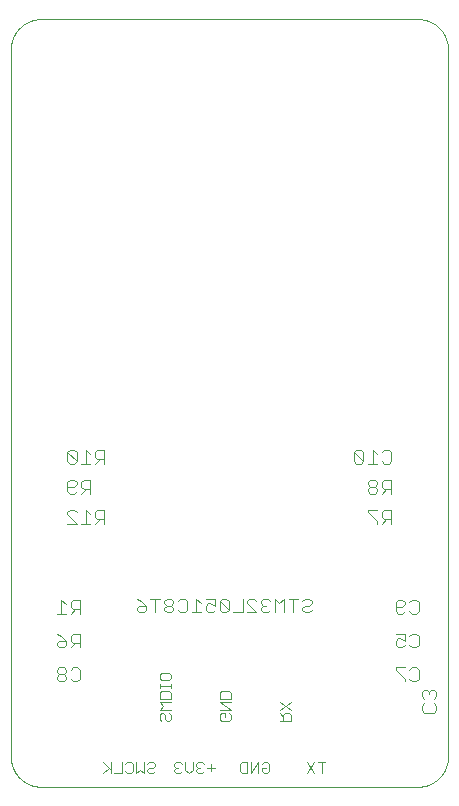
<source format=gbo>
G75*
%MOIN*%
%OFA0B0*%
%FSLAX25Y25*%
%IPPOS*%
%LPD*%
%AMOC8*
5,1,8,0,0,1.08239X$1,22.5*
%
%ADD10C,0.00000*%
%ADD11C,0.00300*%
%ADD12C,0.00400*%
D10*
X0003211Y0011500D02*
X0003211Y0247406D01*
X0003214Y0247648D01*
X0003223Y0247889D01*
X0003237Y0248130D01*
X0003258Y0248371D01*
X0003284Y0248611D01*
X0003316Y0248851D01*
X0003354Y0249090D01*
X0003397Y0249327D01*
X0003447Y0249564D01*
X0003502Y0249799D01*
X0003562Y0250033D01*
X0003629Y0250265D01*
X0003700Y0250496D01*
X0003778Y0250725D01*
X0003861Y0250952D01*
X0003949Y0251177D01*
X0004043Y0251400D01*
X0004142Y0251620D01*
X0004247Y0251838D01*
X0004356Y0252053D01*
X0004471Y0252266D01*
X0004591Y0252476D01*
X0004716Y0252682D01*
X0004846Y0252886D01*
X0004981Y0253087D01*
X0005121Y0253284D01*
X0005265Y0253478D01*
X0005414Y0253668D01*
X0005568Y0253854D01*
X0005726Y0254037D01*
X0005888Y0254216D01*
X0006055Y0254391D01*
X0006226Y0254562D01*
X0006401Y0254729D01*
X0006580Y0254891D01*
X0006763Y0255049D01*
X0006949Y0255203D01*
X0007139Y0255352D01*
X0007333Y0255496D01*
X0007530Y0255636D01*
X0007731Y0255771D01*
X0007935Y0255901D01*
X0008141Y0256026D01*
X0008351Y0256146D01*
X0008564Y0256261D01*
X0008779Y0256370D01*
X0008997Y0256475D01*
X0009217Y0256574D01*
X0009440Y0256668D01*
X0009665Y0256756D01*
X0009892Y0256839D01*
X0010121Y0256917D01*
X0010352Y0256988D01*
X0010584Y0257055D01*
X0010818Y0257115D01*
X0011053Y0257170D01*
X0011290Y0257220D01*
X0011527Y0257263D01*
X0011766Y0257301D01*
X0012006Y0257333D01*
X0012246Y0257359D01*
X0012487Y0257380D01*
X0012728Y0257394D01*
X0012969Y0257403D01*
X0013211Y0257406D01*
X0138880Y0257406D01*
X0139122Y0257403D01*
X0139363Y0257394D01*
X0139604Y0257380D01*
X0139845Y0257359D01*
X0140085Y0257333D01*
X0140325Y0257301D01*
X0140564Y0257263D01*
X0140801Y0257220D01*
X0141038Y0257170D01*
X0141273Y0257115D01*
X0141507Y0257055D01*
X0141739Y0256988D01*
X0141970Y0256917D01*
X0142199Y0256839D01*
X0142426Y0256756D01*
X0142651Y0256668D01*
X0142874Y0256574D01*
X0143094Y0256475D01*
X0143312Y0256370D01*
X0143527Y0256261D01*
X0143740Y0256146D01*
X0143950Y0256026D01*
X0144156Y0255901D01*
X0144360Y0255771D01*
X0144561Y0255636D01*
X0144758Y0255496D01*
X0144952Y0255352D01*
X0145142Y0255203D01*
X0145328Y0255049D01*
X0145511Y0254891D01*
X0145690Y0254729D01*
X0145865Y0254562D01*
X0146036Y0254391D01*
X0146203Y0254216D01*
X0146365Y0254037D01*
X0146523Y0253854D01*
X0146677Y0253668D01*
X0146826Y0253478D01*
X0146970Y0253284D01*
X0147110Y0253087D01*
X0147245Y0252886D01*
X0147375Y0252682D01*
X0147500Y0252476D01*
X0147620Y0252266D01*
X0147735Y0252053D01*
X0147844Y0251838D01*
X0147949Y0251620D01*
X0148048Y0251400D01*
X0148142Y0251177D01*
X0148230Y0250952D01*
X0148313Y0250725D01*
X0148391Y0250496D01*
X0148462Y0250265D01*
X0148529Y0250033D01*
X0148589Y0249799D01*
X0148644Y0249564D01*
X0148694Y0249327D01*
X0148737Y0249090D01*
X0148775Y0248851D01*
X0148807Y0248611D01*
X0148833Y0248371D01*
X0148854Y0248130D01*
X0148868Y0247889D01*
X0148877Y0247648D01*
X0148880Y0247406D01*
X0148880Y0011500D01*
X0148877Y0011258D01*
X0148868Y0011017D01*
X0148854Y0010776D01*
X0148833Y0010535D01*
X0148807Y0010295D01*
X0148775Y0010055D01*
X0148737Y0009816D01*
X0148694Y0009579D01*
X0148644Y0009342D01*
X0148589Y0009107D01*
X0148529Y0008873D01*
X0148462Y0008641D01*
X0148391Y0008410D01*
X0148313Y0008181D01*
X0148230Y0007954D01*
X0148142Y0007729D01*
X0148048Y0007506D01*
X0147949Y0007286D01*
X0147844Y0007068D01*
X0147735Y0006853D01*
X0147620Y0006640D01*
X0147500Y0006430D01*
X0147375Y0006224D01*
X0147245Y0006020D01*
X0147110Y0005819D01*
X0146970Y0005622D01*
X0146826Y0005428D01*
X0146677Y0005238D01*
X0146523Y0005052D01*
X0146365Y0004869D01*
X0146203Y0004690D01*
X0146036Y0004515D01*
X0145865Y0004344D01*
X0145690Y0004177D01*
X0145511Y0004015D01*
X0145328Y0003857D01*
X0145142Y0003703D01*
X0144952Y0003554D01*
X0144758Y0003410D01*
X0144561Y0003270D01*
X0144360Y0003135D01*
X0144156Y0003005D01*
X0143950Y0002880D01*
X0143740Y0002760D01*
X0143527Y0002645D01*
X0143312Y0002536D01*
X0143094Y0002431D01*
X0142874Y0002332D01*
X0142651Y0002238D01*
X0142426Y0002150D01*
X0142199Y0002067D01*
X0141970Y0001989D01*
X0141739Y0001918D01*
X0141507Y0001851D01*
X0141273Y0001791D01*
X0141038Y0001736D01*
X0140801Y0001686D01*
X0140564Y0001643D01*
X0140325Y0001605D01*
X0140085Y0001573D01*
X0139845Y0001547D01*
X0139604Y0001526D01*
X0139363Y0001512D01*
X0139122Y0001503D01*
X0138880Y0001500D01*
X0013211Y0001500D01*
X0012969Y0001503D01*
X0012728Y0001512D01*
X0012487Y0001526D01*
X0012246Y0001547D01*
X0012006Y0001573D01*
X0011766Y0001605D01*
X0011527Y0001643D01*
X0011290Y0001686D01*
X0011053Y0001736D01*
X0010818Y0001791D01*
X0010584Y0001851D01*
X0010352Y0001918D01*
X0010121Y0001989D01*
X0009892Y0002067D01*
X0009665Y0002150D01*
X0009440Y0002238D01*
X0009217Y0002332D01*
X0008997Y0002431D01*
X0008779Y0002536D01*
X0008564Y0002645D01*
X0008351Y0002760D01*
X0008141Y0002880D01*
X0007935Y0003005D01*
X0007731Y0003135D01*
X0007530Y0003270D01*
X0007333Y0003410D01*
X0007139Y0003554D01*
X0006949Y0003703D01*
X0006763Y0003857D01*
X0006580Y0004015D01*
X0006401Y0004177D01*
X0006226Y0004344D01*
X0006055Y0004515D01*
X0005888Y0004690D01*
X0005726Y0004869D01*
X0005568Y0005052D01*
X0005414Y0005238D01*
X0005265Y0005428D01*
X0005121Y0005622D01*
X0004981Y0005819D01*
X0004846Y0006020D01*
X0004716Y0006224D01*
X0004591Y0006430D01*
X0004471Y0006640D01*
X0004356Y0006853D01*
X0004247Y0007068D01*
X0004142Y0007286D01*
X0004043Y0007506D01*
X0003949Y0007729D01*
X0003861Y0007954D01*
X0003778Y0008181D01*
X0003700Y0008410D01*
X0003629Y0008641D01*
X0003562Y0008873D01*
X0003502Y0009107D01*
X0003447Y0009342D01*
X0003397Y0009579D01*
X0003354Y0009816D01*
X0003316Y0010055D01*
X0003284Y0010295D01*
X0003258Y0010535D01*
X0003237Y0010776D01*
X0003223Y0011017D01*
X0003214Y0011258D01*
X0003211Y0011500D01*
D11*
X0033985Y0009728D02*
X0036454Y0007259D01*
X0035836Y0007877D02*
X0033985Y0006025D01*
X0036454Y0006025D02*
X0036454Y0009728D01*
X0037668Y0006025D02*
X0040137Y0006025D01*
X0040137Y0009728D01*
X0041351Y0009111D02*
X0041968Y0009728D01*
X0043203Y0009728D01*
X0043820Y0009111D01*
X0043820Y0006642D01*
X0043203Y0006025D01*
X0041968Y0006025D01*
X0041351Y0006642D01*
X0045034Y0006025D02*
X0045034Y0009728D01*
X0046269Y0007259D02*
X0045034Y0006025D01*
X0046269Y0007259D02*
X0047503Y0006025D01*
X0047503Y0009728D01*
X0048717Y0009111D02*
X0049335Y0009728D01*
X0050569Y0009728D01*
X0051186Y0009111D01*
X0051186Y0008494D01*
X0050569Y0007877D01*
X0049335Y0007877D01*
X0048717Y0007259D01*
X0048717Y0006642D01*
X0049335Y0006025D01*
X0050569Y0006025D01*
X0051186Y0006642D01*
X0057668Y0006642D02*
X0058285Y0006025D01*
X0059520Y0006025D01*
X0060137Y0006642D01*
X0061351Y0007259D02*
X0061351Y0009728D01*
X0060137Y0009111D02*
X0059520Y0009728D01*
X0058285Y0009728D01*
X0057668Y0009111D01*
X0057668Y0008494D01*
X0058285Y0007877D01*
X0057668Y0007259D01*
X0057668Y0006642D01*
X0058285Y0007877D02*
X0058902Y0007877D01*
X0061351Y0007259D02*
X0062585Y0006025D01*
X0063820Y0007259D01*
X0063820Y0009728D01*
X0065034Y0009111D02*
X0065034Y0008494D01*
X0065651Y0007877D01*
X0065034Y0007259D01*
X0065034Y0006642D01*
X0065651Y0006025D01*
X0066886Y0006025D01*
X0067503Y0006642D01*
X0068717Y0007877D02*
X0071186Y0007877D01*
X0069952Y0009111D02*
X0069952Y0006642D01*
X0067503Y0009111D02*
X0066886Y0009728D01*
X0065651Y0009728D01*
X0065034Y0009111D01*
X0065651Y0007877D02*
X0066269Y0007877D01*
X0073353Y0023525D02*
X0072736Y0024142D01*
X0072736Y0025377D01*
X0073353Y0025994D01*
X0074588Y0025994D01*
X0074588Y0024759D01*
X0075822Y0023525D02*
X0073353Y0023525D01*
X0072736Y0027208D02*
X0076439Y0027208D01*
X0072736Y0029677D01*
X0076439Y0029677D01*
X0076439Y0030891D02*
X0076439Y0032743D01*
X0075822Y0033360D01*
X0073353Y0033360D01*
X0072736Y0032743D01*
X0072736Y0030891D01*
X0076439Y0030891D01*
X0075822Y0025994D02*
X0076439Y0025377D01*
X0076439Y0024142D01*
X0075822Y0023525D01*
X0080093Y0009728D02*
X0081945Y0009728D01*
X0081945Y0006025D01*
X0080093Y0006025D01*
X0079476Y0006642D01*
X0079476Y0009111D01*
X0080093Y0009728D01*
X0083159Y0009728D02*
X0083159Y0006025D01*
X0085628Y0009728D01*
X0085628Y0006025D01*
X0086842Y0006642D02*
X0086842Y0007877D01*
X0088077Y0007877D01*
X0089311Y0009111D02*
X0089311Y0006642D01*
X0088694Y0006025D01*
X0087460Y0006025D01*
X0086842Y0006642D01*
X0086842Y0009111D02*
X0087460Y0009728D01*
X0088694Y0009728D01*
X0089311Y0009111D01*
X0092736Y0023525D02*
X0096439Y0023525D01*
X0096439Y0025377D01*
X0095822Y0025994D01*
X0094588Y0025994D01*
X0093971Y0025377D01*
X0093971Y0023525D01*
X0093971Y0024759D02*
X0092736Y0025994D01*
X0092736Y0027208D02*
X0096439Y0029677D01*
X0096439Y0027208D02*
X0092736Y0029677D01*
X0101909Y0009728D02*
X0104378Y0006025D01*
X0101909Y0006025D02*
X0104378Y0009728D01*
X0105592Y0009728D02*
X0108061Y0009728D01*
X0106827Y0009728D02*
X0106827Y0006025D01*
X0056439Y0024142D02*
X0055822Y0023525D01*
X0055205Y0023525D01*
X0054588Y0024142D01*
X0054588Y0025377D01*
X0053971Y0025994D01*
X0053353Y0025994D01*
X0052736Y0025377D01*
X0052736Y0024142D01*
X0053353Y0023525D01*
X0052736Y0027208D02*
X0053971Y0028443D01*
X0052736Y0029677D01*
X0056439Y0029677D01*
X0056439Y0030891D02*
X0056439Y0032743D01*
X0055822Y0033360D01*
X0053353Y0033360D01*
X0052736Y0032743D01*
X0052736Y0030891D01*
X0056439Y0030891D01*
X0056439Y0027208D02*
X0052736Y0027208D01*
X0055822Y0025994D02*
X0056439Y0025377D01*
X0056439Y0024142D01*
X0056439Y0034574D02*
X0056439Y0035809D01*
X0056439Y0035192D02*
X0052736Y0035192D01*
X0052736Y0035809D02*
X0052736Y0034574D01*
X0053353Y0037030D02*
X0052736Y0037647D01*
X0052736Y0038881D01*
X0053353Y0039499D01*
X0055822Y0039499D01*
X0056439Y0038881D01*
X0056439Y0037647D01*
X0055822Y0037030D01*
X0053353Y0037030D01*
D12*
X0055089Y0059619D02*
X0056623Y0059619D01*
X0057391Y0060386D01*
X0057391Y0061153D01*
X0056623Y0061921D01*
X0055089Y0061921D01*
X0054321Y0061153D01*
X0054321Y0060386D01*
X0055089Y0059619D01*
X0055089Y0061921D02*
X0054321Y0062688D01*
X0054321Y0063455D01*
X0055089Y0064223D01*
X0056623Y0064223D01*
X0057391Y0063455D01*
X0057391Y0062688D01*
X0056623Y0061921D01*
X0058925Y0063455D02*
X0059693Y0064223D01*
X0061227Y0064223D01*
X0061995Y0063455D01*
X0061995Y0060386D01*
X0061227Y0059619D01*
X0059693Y0059619D01*
X0058925Y0060386D01*
X0063529Y0059619D02*
X0066599Y0059619D01*
X0065064Y0059619D02*
X0065064Y0064223D01*
X0066599Y0062688D01*
X0068133Y0061921D02*
X0068133Y0060386D01*
X0068900Y0059619D01*
X0070435Y0059619D01*
X0071202Y0060386D01*
X0071202Y0061921D02*
X0069668Y0062688D01*
X0068900Y0062688D01*
X0068133Y0061921D01*
X0068133Y0064223D02*
X0071202Y0064223D01*
X0071202Y0061921D01*
X0072737Y0063455D02*
X0075806Y0060386D01*
X0075039Y0059619D01*
X0073504Y0059619D01*
X0072737Y0060386D01*
X0072737Y0063455D01*
X0073504Y0064223D01*
X0075039Y0064223D01*
X0075806Y0063455D01*
X0075806Y0060386D01*
X0077341Y0059619D02*
X0080410Y0059619D01*
X0080410Y0064223D01*
X0081945Y0063455D02*
X0081945Y0062688D01*
X0085014Y0059619D01*
X0081945Y0059619D01*
X0081945Y0063455D02*
X0082712Y0064223D01*
X0084247Y0064223D01*
X0085014Y0063455D01*
X0086549Y0063455D02*
X0086549Y0062688D01*
X0087316Y0061921D01*
X0086549Y0061153D01*
X0086549Y0060386D01*
X0087316Y0059619D01*
X0088851Y0059619D01*
X0089618Y0060386D01*
X0091153Y0059619D02*
X0091153Y0064223D01*
X0092687Y0062688D01*
X0094222Y0064223D01*
X0094222Y0059619D01*
X0097291Y0059619D02*
X0097291Y0064223D01*
X0095757Y0064223D02*
X0098826Y0064223D01*
X0100361Y0063455D02*
X0101128Y0064223D01*
X0102663Y0064223D01*
X0103430Y0063455D01*
X0103430Y0062688D01*
X0102663Y0061921D01*
X0101128Y0061921D01*
X0100361Y0061153D01*
X0100361Y0060386D01*
X0101128Y0059619D01*
X0102663Y0059619D01*
X0103430Y0060386D01*
X0089618Y0063455D02*
X0088851Y0064223D01*
X0087316Y0064223D01*
X0086549Y0063455D01*
X0087316Y0061921D02*
X0088084Y0061921D01*
X0118376Y0109200D02*
X0117609Y0109967D01*
X0117609Y0113037D01*
X0120678Y0109967D01*
X0119911Y0109200D01*
X0118376Y0109200D01*
X0120678Y0109967D02*
X0120678Y0113037D01*
X0119911Y0113804D01*
X0118376Y0113804D01*
X0117609Y0113037D01*
X0122213Y0109200D02*
X0125282Y0109200D01*
X0123748Y0109200D02*
X0123748Y0113804D01*
X0125282Y0112269D01*
X0126817Y0113037D02*
X0127584Y0113804D01*
X0129119Y0113804D01*
X0129886Y0113037D01*
X0129886Y0109967D01*
X0129119Y0109200D01*
X0127584Y0109200D01*
X0126817Y0109967D01*
X0127584Y0103804D02*
X0126817Y0103037D01*
X0126817Y0101502D01*
X0127584Y0100735D01*
X0129886Y0100735D01*
X0128352Y0100735D02*
X0126817Y0099200D01*
X0125282Y0099967D02*
X0125282Y0100735D01*
X0124515Y0101502D01*
X0122980Y0101502D01*
X0122213Y0100735D01*
X0122213Y0099967D01*
X0122980Y0099200D01*
X0124515Y0099200D01*
X0125282Y0099967D01*
X0124515Y0101502D02*
X0125282Y0102269D01*
X0125282Y0103037D01*
X0124515Y0103804D01*
X0122980Y0103804D01*
X0122213Y0103037D01*
X0122213Y0102269D01*
X0122980Y0101502D01*
X0127584Y0103804D02*
X0129886Y0103804D01*
X0129886Y0099200D01*
X0129886Y0093804D02*
X0127584Y0093804D01*
X0126817Y0093037D01*
X0126817Y0091502D01*
X0127584Y0090735D01*
X0129886Y0090735D01*
X0128352Y0090735D02*
X0126817Y0089200D01*
X0125282Y0089200D02*
X0125282Y0089967D01*
X0122213Y0093037D01*
X0122213Y0093804D01*
X0125282Y0093804D01*
X0129886Y0093804D02*
X0129886Y0089200D01*
X0132188Y0063804D02*
X0131421Y0063037D01*
X0131421Y0059967D01*
X0132188Y0059200D01*
X0133723Y0059200D01*
X0134490Y0059967D01*
X0136025Y0059967D02*
X0136792Y0059200D01*
X0138327Y0059200D01*
X0139094Y0059967D01*
X0139094Y0063037D01*
X0138327Y0063804D01*
X0136792Y0063804D01*
X0136025Y0063037D01*
X0134490Y0063037D02*
X0134490Y0062269D01*
X0133723Y0061502D01*
X0131421Y0061502D01*
X0132188Y0063804D02*
X0133723Y0063804D01*
X0134490Y0063037D01*
X0134490Y0052554D02*
X0131421Y0052554D01*
X0132188Y0051019D02*
X0131421Y0050252D01*
X0131421Y0048717D01*
X0132188Y0047950D01*
X0133723Y0047950D01*
X0134490Y0048717D01*
X0136025Y0048717D02*
X0136792Y0047950D01*
X0138327Y0047950D01*
X0139094Y0048717D01*
X0139094Y0051787D01*
X0138327Y0052554D01*
X0136792Y0052554D01*
X0136025Y0051787D01*
X0134490Y0052554D02*
X0134490Y0050252D01*
X0132955Y0051019D01*
X0132188Y0051019D01*
X0131421Y0041304D02*
X0131421Y0040537D01*
X0134490Y0037467D01*
X0134490Y0036700D01*
X0136025Y0037467D02*
X0136792Y0036700D01*
X0138327Y0036700D01*
X0139094Y0037467D01*
X0139094Y0040537D01*
X0138327Y0041304D01*
X0136792Y0041304D01*
X0136025Y0040537D01*
X0134490Y0041304D02*
X0131421Y0041304D01*
X0140286Y0033148D02*
X0140286Y0031613D01*
X0141053Y0030846D01*
X0141053Y0029311D02*
X0140286Y0028544D01*
X0140286Y0027009D01*
X0141053Y0026242D01*
X0144123Y0026242D01*
X0144890Y0027009D01*
X0144890Y0028544D01*
X0144123Y0029311D01*
X0144123Y0030846D02*
X0144890Y0031613D01*
X0144890Y0033148D01*
X0144123Y0033915D01*
X0143355Y0033915D01*
X0142588Y0033148D01*
X0141821Y0033915D01*
X0141053Y0033915D01*
X0140286Y0033148D01*
X0142588Y0033148D02*
X0142588Y0032381D01*
X0052787Y0064223D02*
X0049717Y0064223D01*
X0051252Y0064223D02*
X0051252Y0059619D01*
X0048183Y0060386D02*
X0047416Y0059619D01*
X0045881Y0059619D01*
X0045114Y0060386D01*
X0045114Y0061153D01*
X0045881Y0061921D01*
X0048183Y0061921D01*
X0048183Y0060386D01*
X0048183Y0061921D02*
X0046648Y0063455D01*
X0045114Y0064223D01*
X0034323Y0089200D02*
X0034323Y0093804D01*
X0032021Y0093804D01*
X0031254Y0093037D01*
X0031254Y0091502D01*
X0032021Y0090735D01*
X0034323Y0090735D01*
X0032788Y0090735D02*
X0031254Y0089200D01*
X0029719Y0089200D02*
X0026650Y0089200D01*
X0028184Y0089200D02*
X0028184Y0093804D01*
X0029719Y0092269D01*
X0029719Y0099200D02*
X0029719Y0103804D01*
X0027417Y0103804D01*
X0026650Y0103037D01*
X0026650Y0101502D01*
X0027417Y0100735D01*
X0029719Y0100735D01*
X0028184Y0100735D02*
X0026650Y0099200D01*
X0025115Y0099967D02*
X0024348Y0099200D01*
X0022813Y0099200D01*
X0022046Y0099967D01*
X0022046Y0103037D01*
X0022813Y0103804D01*
X0024348Y0103804D01*
X0025115Y0103037D01*
X0025115Y0102269D01*
X0024348Y0101502D01*
X0022046Y0101502D01*
X0022813Y0109200D02*
X0024348Y0109200D01*
X0025115Y0109967D01*
X0022046Y0113037D01*
X0022046Y0109967D01*
X0022813Y0109200D01*
X0025115Y0109967D02*
X0025115Y0113037D01*
X0024348Y0113804D01*
X0022813Y0113804D01*
X0022046Y0113037D01*
X0026650Y0109200D02*
X0029719Y0109200D01*
X0028184Y0109200D02*
X0028184Y0113804D01*
X0029719Y0112269D01*
X0031254Y0111502D02*
X0032021Y0110735D01*
X0034323Y0110735D01*
X0032788Y0110735D02*
X0031254Y0109200D01*
X0031254Y0111502D02*
X0031254Y0113037D01*
X0032021Y0113804D01*
X0034323Y0113804D01*
X0034323Y0109200D01*
X0024348Y0093804D02*
X0025115Y0093037D01*
X0024348Y0093804D02*
X0022813Y0093804D01*
X0022046Y0093037D01*
X0022046Y0092269D01*
X0025115Y0089200D01*
X0022046Y0089200D01*
X0023834Y0063804D02*
X0023067Y0063037D01*
X0023067Y0061502D01*
X0023834Y0060735D01*
X0026136Y0060735D01*
X0024602Y0060735D02*
X0023067Y0059200D01*
X0021532Y0059200D02*
X0018463Y0059200D01*
X0019998Y0059200D02*
X0019998Y0063804D01*
X0021532Y0062269D01*
X0023834Y0063804D02*
X0026136Y0063804D01*
X0026136Y0059200D01*
X0026136Y0052554D02*
X0023834Y0052554D01*
X0023067Y0051787D01*
X0023067Y0050252D01*
X0023834Y0049485D01*
X0026136Y0049485D01*
X0024602Y0049485D02*
X0023067Y0047950D01*
X0021532Y0048717D02*
X0020765Y0047950D01*
X0019230Y0047950D01*
X0018463Y0048717D01*
X0018463Y0049485D01*
X0019230Y0050252D01*
X0021532Y0050252D01*
X0021532Y0048717D01*
X0021532Y0050252D02*
X0019998Y0051787D01*
X0018463Y0052554D01*
X0019230Y0041304D02*
X0018463Y0040537D01*
X0018463Y0039769D01*
X0019230Y0039002D01*
X0020765Y0039002D01*
X0021532Y0039769D01*
X0021532Y0040537D01*
X0020765Y0041304D01*
X0019230Y0041304D01*
X0019230Y0039002D02*
X0018463Y0038235D01*
X0018463Y0037467D01*
X0019230Y0036700D01*
X0020765Y0036700D01*
X0021532Y0037467D01*
X0021532Y0038235D01*
X0020765Y0039002D01*
X0023067Y0040537D02*
X0023834Y0041304D01*
X0025369Y0041304D01*
X0026136Y0040537D01*
X0026136Y0037467D01*
X0025369Y0036700D01*
X0023834Y0036700D01*
X0023067Y0037467D01*
X0026136Y0047950D02*
X0026136Y0052554D01*
M02*

</source>
